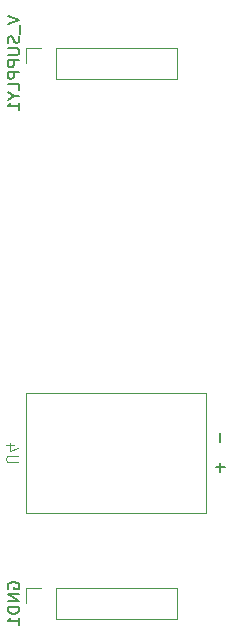
<source format=gbr>
%TF.GenerationSoftware,KiCad,Pcbnew,8.0.5*%
%TF.CreationDate,2024-11-22T15:59:57+05:30*%
%TF.ProjectId,kick,6b69636b-2e6b-4696-9361-645f70636258,rev?*%
%TF.SameCoordinates,Original*%
%TF.FileFunction,Legend,Bot*%
%TF.FilePolarity,Positive*%
%FSLAX46Y46*%
G04 Gerber Fmt 4.6, Leading zero omitted, Abs format (unit mm)*
G04 Created by KiCad (PCBNEW 8.0.5) date 2024-11-22 15:59:57*
%MOMM*%
%LPD*%
G01*
G04 APERTURE LIST*
%ADD10C,0.100000*%
%ADD11C,0.150000*%
%ADD12C,0.120000*%
%ADD13O,2.720000X3.240000*%
%ADD14R,1.800000X1.800000*%
%ADD15C,1.800000*%
%ADD16R,1.700000X1.700000*%
%ADD17O,1.700000X1.700000*%
%ADD18R,2.000000X2.000000*%
%ADD19O,2.000000X2.000000*%
G04 APERTURE END LIST*
D10*
X53882580Y-84581904D02*
X53073057Y-84581904D01*
X53073057Y-84581904D02*
X52977819Y-84534285D01*
X52977819Y-84534285D02*
X52930200Y-84486666D01*
X52930200Y-84486666D02*
X52882580Y-84391428D01*
X52882580Y-84391428D02*
X52882580Y-84200952D01*
X52882580Y-84200952D02*
X52930200Y-84105714D01*
X52930200Y-84105714D02*
X52977819Y-84058095D01*
X52977819Y-84058095D02*
X53073057Y-84010476D01*
X53073057Y-84010476D02*
X53882580Y-84010476D01*
X53549247Y-83105714D02*
X52882580Y-83105714D01*
X53930200Y-83343809D02*
X53215914Y-83581904D01*
X53215914Y-83581904D02*
X53215914Y-82962857D01*
D11*
X70996133Y-85388220D02*
X70996133Y-84626316D01*
X70615180Y-85007268D02*
X71377085Y-85007268D01*
X70996133Y-82848220D02*
X70996133Y-82086316D01*
X53004819Y-46776190D02*
X54004819Y-47109523D01*
X54004819Y-47109523D02*
X53004819Y-47442856D01*
X54100057Y-47538095D02*
X54100057Y-48299999D01*
X53957200Y-48490476D02*
X54004819Y-48633333D01*
X54004819Y-48633333D02*
X54004819Y-48871428D01*
X54004819Y-48871428D02*
X53957200Y-48966666D01*
X53957200Y-48966666D02*
X53909580Y-49014285D01*
X53909580Y-49014285D02*
X53814342Y-49061904D01*
X53814342Y-49061904D02*
X53719104Y-49061904D01*
X53719104Y-49061904D02*
X53623866Y-49014285D01*
X53623866Y-49014285D02*
X53576247Y-48966666D01*
X53576247Y-48966666D02*
X53528628Y-48871428D01*
X53528628Y-48871428D02*
X53481009Y-48680952D01*
X53481009Y-48680952D02*
X53433390Y-48585714D01*
X53433390Y-48585714D02*
X53385771Y-48538095D01*
X53385771Y-48538095D02*
X53290533Y-48490476D01*
X53290533Y-48490476D02*
X53195295Y-48490476D01*
X53195295Y-48490476D02*
X53100057Y-48538095D01*
X53100057Y-48538095D02*
X53052438Y-48585714D01*
X53052438Y-48585714D02*
X53004819Y-48680952D01*
X53004819Y-48680952D02*
X53004819Y-48919047D01*
X53004819Y-48919047D02*
X53052438Y-49061904D01*
X53004819Y-49490476D02*
X53814342Y-49490476D01*
X53814342Y-49490476D02*
X53909580Y-49538095D01*
X53909580Y-49538095D02*
X53957200Y-49585714D01*
X53957200Y-49585714D02*
X54004819Y-49680952D01*
X54004819Y-49680952D02*
X54004819Y-49871428D01*
X54004819Y-49871428D02*
X53957200Y-49966666D01*
X53957200Y-49966666D02*
X53909580Y-50014285D01*
X53909580Y-50014285D02*
X53814342Y-50061904D01*
X53814342Y-50061904D02*
X53004819Y-50061904D01*
X54004819Y-50538095D02*
X53004819Y-50538095D01*
X53004819Y-50538095D02*
X53004819Y-50919047D01*
X53004819Y-50919047D02*
X53052438Y-51014285D01*
X53052438Y-51014285D02*
X53100057Y-51061904D01*
X53100057Y-51061904D02*
X53195295Y-51109523D01*
X53195295Y-51109523D02*
X53338152Y-51109523D01*
X53338152Y-51109523D02*
X53433390Y-51061904D01*
X53433390Y-51061904D02*
X53481009Y-51014285D01*
X53481009Y-51014285D02*
X53528628Y-50919047D01*
X53528628Y-50919047D02*
X53528628Y-50538095D01*
X54004819Y-51538095D02*
X53004819Y-51538095D01*
X53004819Y-51538095D02*
X53004819Y-51919047D01*
X53004819Y-51919047D02*
X53052438Y-52014285D01*
X53052438Y-52014285D02*
X53100057Y-52061904D01*
X53100057Y-52061904D02*
X53195295Y-52109523D01*
X53195295Y-52109523D02*
X53338152Y-52109523D01*
X53338152Y-52109523D02*
X53433390Y-52061904D01*
X53433390Y-52061904D02*
X53481009Y-52014285D01*
X53481009Y-52014285D02*
X53528628Y-51919047D01*
X53528628Y-51919047D02*
X53528628Y-51538095D01*
X54004819Y-53014285D02*
X54004819Y-52538095D01*
X54004819Y-52538095D02*
X53004819Y-52538095D01*
X53528628Y-53538095D02*
X54004819Y-53538095D01*
X53004819Y-53204762D02*
X53528628Y-53538095D01*
X53528628Y-53538095D02*
X53004819Y-53871428D01*
X54004819Y-54728571D02*
X54004819Y-54157143D01*
X54004819Y-54442857D02*
X53004819Y-54442857D01*
X53004819Y-54442857D02*
X53147676Y-54347619D01*
X53147676Y-54347619D02*
X53242914Y-54252381D01*
X53242914Y-54252381D02*
X53290533Y-54157143D01*
X53052438Y-95281904D02*
X53004819Y-95186666D01*
X53004819Y-95186666D02*
X53004819Y-95043809D01*
X53004819Y-95043809D02*
X53052438Y-94900952D01*
X53052438Y-94900952D02*
X53147676Y-94805714D01*
X53147676Y-94805714D02*
X53242914Y-94758095D01*
X53242914Y-94758095D02*
X53433390Y-94710476D01*
X53433390Y-94710476D02*
X53576247Y-94710476D01*
X53576247Y-94710476D02*
X53766723Y-94758095D01*
X53766723Y-94758095D02*
X53861961Y-94805714D01*
X53861961Y-94805714D02*
X53957200Y-94900952D01*
X53957200Y-94900952D02*
X54004819Y-95043809D01*
X54004819Y-95043809D02*
X54004819Y-95139047D01*
X54004819Y-95139047D02*
X53957200Y-95281904D01*
X53957200Y-95281904D02*
X53909580Y-95329523D01*
X53909580Y-95329523D02*
X53576247Y-95329523D01*
X53576247Y-95329523D02*
X53576247Y-95139047D01*
X54004819Y-95758095D02*
X53004819Y-95758095D01*
X53004819Y-95758095D02*
X54004819Y-96329523D01*
X54004819Y-96329523D02*
X53004819Y-96329523D01*
X54004819Y-96805714D02*
X53004819Y-96805714D01*
X53004819Y-96805714D02*
X53004819Y-97043809D01*
X53004819Y-97043809D02*
X53052438Y-97186666D01*
X53052438Y-97186666D02*
X53147676Y-97281904D01*
X53147676Y-97281904D02*
X53242914Y-97329523D01*
X53242914Y-97329523D02*
X53433390Y-97377142D01*
X53433390Y-97377142D02*
X53576247Y-97377142D01*
X53576247Y-97377142D02*
X53766723Y-97329523D01*
X53766723Y-97329523D02*
X53861961Y-97281904D01*
X53861961Y-97281904D02*
X53957200Y-97186666D01*
X53957200Y-97186666D02*
X54004819Y-97043809D01*
X54004819Y-97043809D02*
X54004819Y-96805714D01*
X54004819Y-98329523D02*
X54004819Y-97758095D01*
X54004819Y-98043809D02*
X53004819Y-98043809D01*
X53004819Y-98043809D02*
X53147676Y-97948571D01*
X53147676Y-97948571D02*
X53242914Y-97853333D01*
X53242914Y-97853333D02*
X53290533Y-97758095D01*
D10*
%TO.C,U4*%
X54610000Y-78740000D02*
X69850000Y-78740000D01*
X54610000Y-88900000D02*
X54610000Y-78740000D01*
X69850000Y-78740000D02*
X69850000Y-81280000D01*
X69850000Y-81280000D02*
X69850000Y-86360000D01*
X69850000Y-86360000D02*
X69850000Y-88900000D01*
X69850000Y-88900000D02*
X54610000Y-88900000D01*
D12*
%TO.C,V_SUPPLY1*%
X54550000Y-49470000D02*
X55880000Y-49470000D01*
X54550000Y-50800000D02*
X54550000Y-49470000D01*
X57150000Y-52130000D02*
X57150000Y-49470000D01*
X67370000Y-49470000D02*
X57150000Y-49470000D01*
X67370000Y-52130000D02*
X57150000Y-52130000D01*
X67370000Y-52130000D02*
X67370000Y-49470000D01*
%TO.C,GND1*%
X54550000Y-95190000D02*
X55880000Y-95190000D01*
X54550000Y-96520000D02*
X54550000Y-95190000D01*
X57150000Y-97850000D02*
X57150000Y-95190000D01*
X67370000Y-95190000D02*
X57150000Y-95190000D01*
X67370000Y-97850000D02*
X57150000Y-97850000D01*
X67370000Y-97850000D02*
X67370000Y-95190000D01*
%TD*%
%LPC*%
D13*
%TO.C,RV2*%
X49810000Y-64265000D03*
X59410000Y-64265000D03*
D14*
X52110000Y-71765000D03*
D15*
X54610000Y-71765000D03*
X57110000Y-71765000D03*
%TD*%
D13*
%TO.C,RV4*%
X49175000Y-83315000D03*
X58775000Y-83315000D03*
D14*
X51475000Y-90815000D03*
D15*
X53975000Y-90815000D03*
X56475000Y-90815000D03*
%TD*%
D16*
%TO.C,INPUT1*%
X50800000Y-45720000D03*
D17*
X50800000Y-48260000D03*
X50800000Y-50800000D03*
X50800000Y-53340000D03*
X50800000Y-55880000D03*
%TD*%
D13*
%TO.C,RV3*%
X65050000Y-64265000D03*
X74650000Y-64265000D03*
D14*
X67350000Y-71765000D03*
D15*
X69850000Y-71765000D03*
X72350000Y-71765000D03*
%TD*%
D13*
%TO.C,RV1*%
X65050000Y-83315000D03*
X74650000Y-83315000D03*
D14*
X67350000Y-90815000D03*
D15*
X69850000Y-90815000D03*
X72350000Y-90815000D03*
%TD*%
D16*
%TO.C,OUTPUT1*%
X73660000Y-45720000D03*
D17*
X73660000Y-48260000D03*
X73660000Y-50800000D03*
X73660000Y-53340000D03*
X73660000Y-55880000D03*
%TD*%
D15*
%TO.C,U4*%
X68580000Y-82550000D03*
X68580000Y-85090000D03*
X55880000Y-82550000D03*
X55880000Y-85090000D03*
%TD*%
D18*
%TO.C,V_SUPPLY1*%
X55880000Y-50800000D03*
D19*
X58420000Y-50800000D03*
X60960000Y-50800000D03*
X63500000Y-50800000D03*
X66040000Y-50800000D03*
%TD*%
D18*
%TO.C,GND1*%
X55880000Y-96520000D03*
D19*
X58420000Y-96520000D03*
X60960000Y-96520000D03*
X63500000Y-96520000D03*
X66040000Y-96520000D03*
%TD*%
%LPD*%
M02*

</source>
